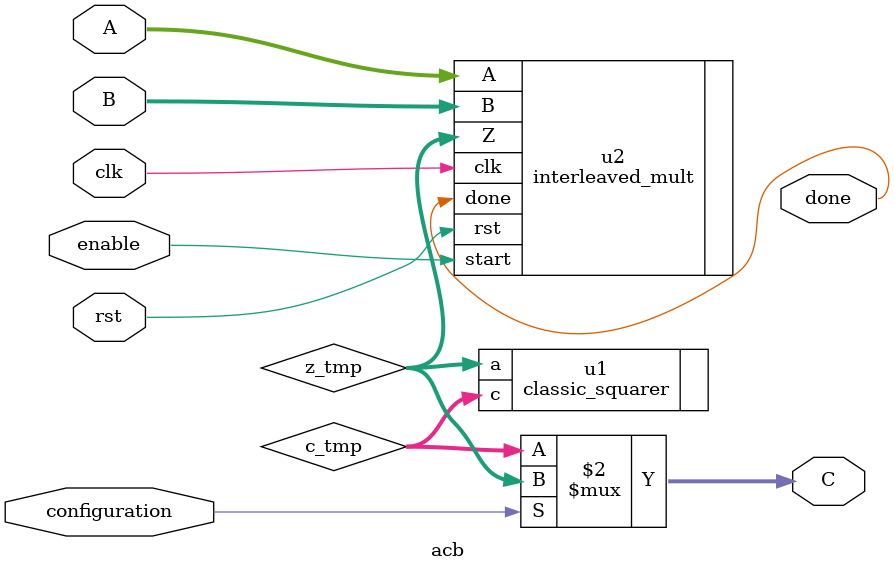
<source format=v>

module acb (    
    input clk, 
    input rst,
    input enable,
    input configuration,
    input [162:0] A,
    input [162:0] B,

    output wire [162:0] C,

    output wire done);

    wire [162:0] z_tmp, c_tmp;
    assign C = (~configuration) ? c_tmp : z_tmp; 

    classic_squarer u1 (
        .a(z_tmp),
        .c(c_tmp)
    );

    interleaved_mult u2 (
        .A(A),
        .B(B),
        .clk(clk),
        .rst(rst),
        .start(enable),
        .Z(z_tmp),
        .done(done)
    );

endmodule
`default_nettype wire

</source>
